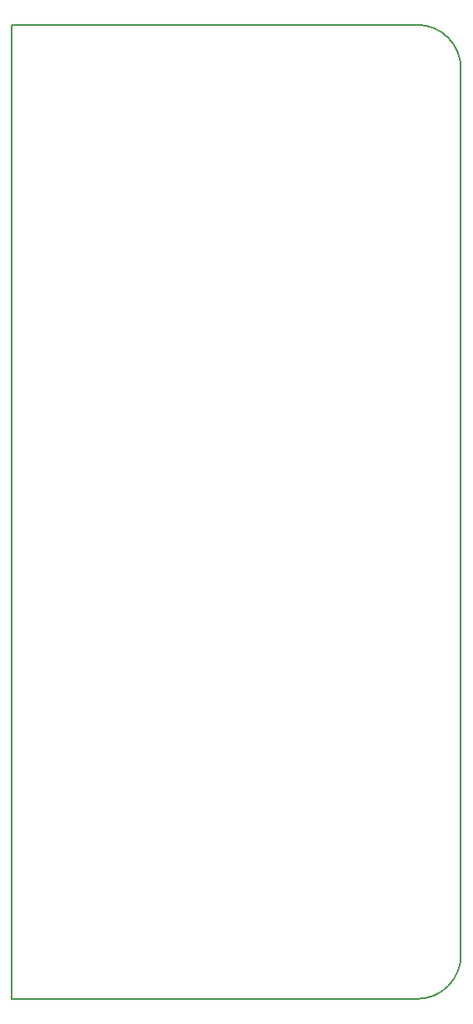
<source format=gm1>
G04 #@! TF.FileFunction,Profile,NP*
%FSLAX46Y46*%
G04 Gerber Fmt 4.6, Leading zero omitted, Abs format (unit mm)*
G04 Created by KiCad (PCBNEW 4.0.7) date 01/29/20 23:55:41*
%MOMM*%
%LPD*%
G01*
G04 APERTURE LIST*
%ADD10C,0.100000*%
%ADD11C,0.150000*%
G04 APERTURE END LIST*
D10*
D11*
X125095000Y-57150000D02*
X125095000Y-61595000D01*
X129540000Y-57150000D02*
X125095000Y-57150000D01*
X125095000Y-61595000D02*
X125095000Y-156210000D01*
X166370000Y-57150000D02*
X129540000Y-57150000D01*
X170815000Y-151765000D02*
X170815000Y-61595000D01*
X166370000Y-156210000D02*
X125095000Y-156210000D01*
X166370000Y-156210000D02*
G75*
G03X170815000Y-151765000I0J4445000D01*
G01*
X170815000Y-61595000D02*
G75*
G03X166370000Y-57150000I-4445000J0D01*
G01*
M02*

</source>
